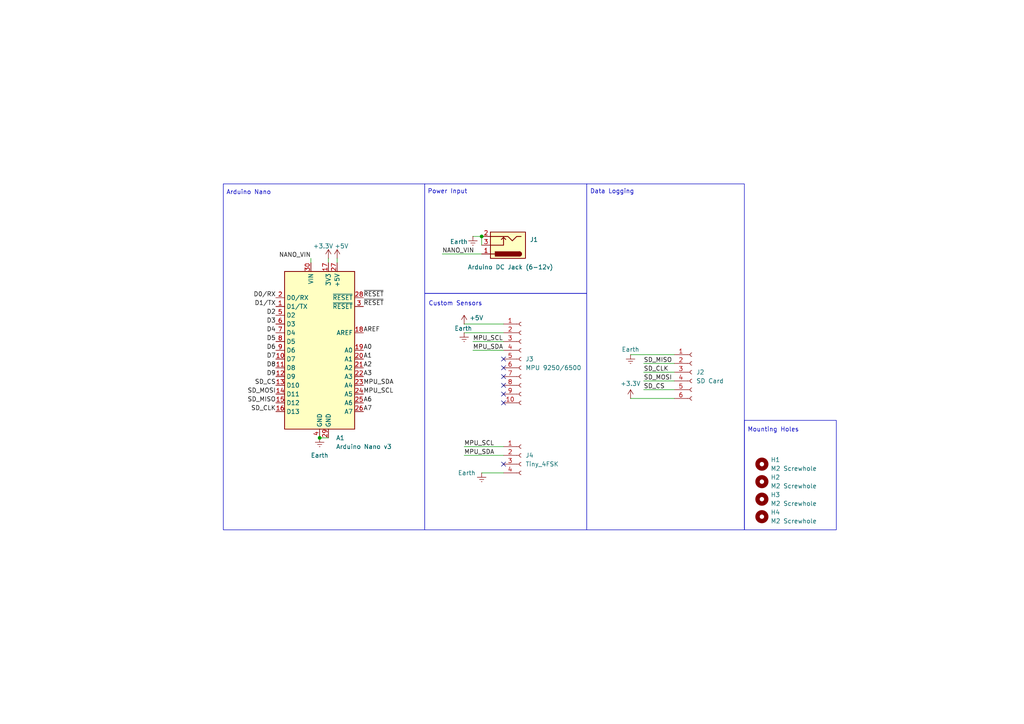
<source format=kicad_sch>
(kicad_sch (version 20250114) (generator "eeschema") (generator_version "9.0")
  (paper "A4")
  (title_block (title "Nathaniel Fine's") (company "StratoScience Lab"))
  (lib_symbols
    (symbol "Connector:Barrel_Jack_Switch" (pin_names (hide yes))
      (property "Reference" "J" (at 0 5.334 0))
      (property "Value" "Barrel_Jack_Switch" (at 0 -5.08 0))
      (symbol "Barrel_Jack_Switch_0_1"
        (rectangle (start -5.08 3.81) (end 5.08 -3.81) (stroke (width 0.254)) (fill (type background)))
        (polyline (pts (xy -3.81 -2.54) (xy -2.54 -2.54) (xy -1.27 -1.27) (xy 0 -2.54) (xy 2.54 -2.54) (xy 5.08 -2.54)) (stroke (width 0.254)))
        (arc (start -3.302 1.905) (mid -3.9343 2.54) (end -3.302 3.175) (stroke (width 0.254)))
        (arc (start -3.302 1.905) (mid -3.9343 2.54) (end -3.302 3.175) (stroke (width 0.254)) (fill (type outline)))
        (polyline (pts (xy 1.27 -2.286) (xy 1.905 -1.651)) (stroke (width 0.254)))
        (rectangle (start 3.683 3.175) (end -3.302 1.905) (stroke (width 0.254)) (fill (type outline)))
        (polyline (pts (xy 5.08 2.54) (xy 3.81 2.54)) (stroke (width 0.254)))
        (polyline (pts (xy 5.08 0) (xy 1.27 0) (xy 1.27 -2.286) (xy 0.635 -1.651)) (stroke (width 0.254)))
      )
      (symbol "Barrel_Jack_Switch_1_1"
        (pin passive line (at 7.62 2.54 180) (length 2.54) (name "~") (number "1"))
        (pin passive line (at 7.62 0 180) (length 2.54) (name "~") (number "3"))
        (pin passive line (at 7.62 -2.54 180) (length 2.54) (name "~") (number "2"))
      )
    )
    (symbol "Connector:Conn_01x04_Socket" (pin_names (offset 1.016) (hide yes))
      (property "Reference" "J" (at 0 5.08 0))
      (property "Value" "Conn_01x04_Socket" (at 0 -7.62 0))
      (symbol "Conn_01x04_Socket_1_1"
        (polyline (pts (xy -1.27 2.54) (xy -0.508 2.54)) (stroke (width 0.1524)))
        (polyline (pts (xy -1.27 0) (xy -0.508 0)) (stroke (width 0.1524)))
        (polyline (pts (xy -1.27 -2.54) (xy -0.508 -2.54)) (stroke (width 0.1524)))
        (polyline (pts (xy -1.27 -5.08) (xy -0.508 -5.08)) (stroke (width 0.1524)))
        (arc (start 0 2.032) (mid -0.5058 2.54) (end 0 3.048) (stroke (width 0.1524)))
        (arc (start 0 -0.508) (mid -0.5058 0) (end 0 0.508) (stroke (width 0.1524)))
        (arc (start 0 -3.048) (mid -0.5058 -2.54) (end 0 -2.032) (stroke (width 0.1524)))
        (arc (start 0 -5.588) (mid -0.5058 -5.08) (end 0 -4.572) (stroke (width 0.1524)))
        (pin passive line (at -5.08 2.54 0) (length 3.81) (name "Pin_1") (number "1"))
        (pin passive line (at -5.08 0 0) (length 3.81) (name "Pin_2") (number "2"))
        (pin passive line (at -5.08 -2.54 0) (length 3.81) (name "Pin_3") (number "3"))
        (pin passive line (at -5.08 -5.08 0) (length 3.81) (name "Pin_4") (number "4"))
      )
    )
    (symbol "Connector:Conn_01x06_Socket" (pin_names (offset 1.016) (hide yes))
      (property "Reference" "J" (at 0 7.62 0))
      (property "Value" "Conn_01x06_Socket" (at 0 -10.16 0))
      (symbol "Conn_01x06_Socket_1_1"
        (polyline (pts (xy -1.27 5.08) (xy -0.508 5.08)) (stroke (width 0.1524)))
        (polyline (pts (xy -1.27 2.54) (xy -0.508 2.54)) (stroke (width 0.1524)))
        (polyline (pts (xy -1.27 0) (xy -0.508 0)) (stroke (width 0.1524)))
        (polyline (pts (xy -1.27 -2.54) (xy -0.508 -2.54)) (stroke (width 0.1524)))
        (polyline (pts (xy -1.27 -5.08) (xy -0.508 -5.08)) (stroke (width 0.1524)))
        (polyline (pts (xy -1.27 -7.62) (xy -0.508 -7.62)) (stroke (width 0.1524)))
        (arc (start 0 4.572) (mid -0.5058 5.08) (end 0 5.588) (stroke (width 0.1524)))
        (arc (start 0 2.032) (mid -0.5058 2.54) (end 0 3.048) (stroke (width 0.1524)))
        (arc (start 0 -0.508) (mid -0.5058 0) (end 0 0.508) (stroke (width 0.1524)))
        (arc (start 0 -3.048) (mid -0.5058 -2.54) (end 0 -2.032) (stroke (width 0.1524)))
        (arc (start 0 -5.588) (mid -0.5058 -5.08) (end 0 -4.572) (stroke (width 0.1524)))
        (arc (start 0 -8.128) (mid -0.5058 -7.62) (end 0 -7.112) (stroke (width 0.1524)))
        (pin passive line (at -5.08 5.08 0) (length 3.81) (name "Pin_1") (number "1"))
        (pin passive line (at -5.08 2.54 0) (length 3.81) (name "Pin_2") (number "2"))
        (pin passive line (at -5.08 0 0) (length 3.81) (name "Pin_3") (number "3"))
        (pin passive line (at -5.08 -2.54 0) (length 3.81) (name "Pin_4") (number "4"))
        (pin passive line (at -5.08 -5.08 0) (length 3.81) (name "Pin_5") (number "5"))
        (pin passive line (at -5.08 -7.62 0) (length 3.81) (name "Pin_6") (number "6"))
      )
    )
    (symbol "Connector:Conn_01x10_Socket" (pin_names (offset 1.016) (hide yes))
      (property "Reference" "J" (at 0 12.7 0))
      (property "Value" "Conn_01x10_Socket" (at 0 -15.24 0))
      (symbol "Conn_01x10_Socket_1_1"
        (polyline (pts (xy -1.27 10.16) (xy -0.508 10.16)) (stroke (width 0.1524)))
        (polyline (pts (xy -1.27 7.62) (xy -0.508 7.62)) (stroke (width 0.1524)))
        (polyline (pts (xy -1.27 5.08) (xy -0.508 5.08)) (stroke (width 0.1524)))
        (polyline (pts (xy -1.27 2.54) (xy -0.508 2.54)) (stroke (width 0.1524)))
        (polyline (pts (xy -1.27 0) (xy -0.508 0)) (stroke (width 0.1524)))
        (polyline (pts (xy -1.27 -2.54) (xy -0.508 -2.54)) (stroke (width 0.1524)))
        (polyline (pts (xy -1.27 -5.08) (xy -0.508 -5.08)) (stroke (width 0.1524)))
        (polyline (pts (xy -1.27 -7.62) (xy -0.508 -7.62)) (stroke (width 0.1524)))
        (polyline (pts (xy -1.27 -10.16) (xy -0.508 -10.16)) (stroke (width 0.1524)))
        (polyline (pts (xy -1.27 -12.7) (xy -0.508 -12.7)) (stroke (width 0.1524)))
        (arc (start 0 9.652) (mid -0.5058 10.16) (end 0 10.668) (stroke (width 0.1524)))
        (arc (start 0 7.112) (mid -0.5058 7.62) (end 0 8.128) (stroke (width 0.1524)))
        (arc (start 0 4.572) (mid -0.5058 5.08) (end 0 5.588) (stroke (width 0.1524)))
        (arc (start 0 2.032) (mid -0.5058 2.54) (end 0 3.048) (stroke (width 0.1524)))
        (arc (start 0 -0.508) (mid -0.5058 0) (end 0 0.508) (stroke (width 0.1524)))
        (arc (start 0 -3.048) (mid -0.5058 -2.54) (end 0 -2.032) (stroke (width 0.1524)))
        (arc (start 0 -5.588) (mid -0.5058 -5.08) (end 0 -4.572) (stroke (width 0.1524)))
        (arc (start 0 -8.128) (mid -0.5058 -7.62) (end 0 -7.112) (stroke (width 0.1524)))
        (arc (start 0 -10.668) (mid -0.5058 -10.16) (end 0 -9.652) (stroke (width 0.1524)))
        (arc (start 0 -13.208) (mid -0.5058 -12.7) (end 0 -12.192) (stroke (width 0.1524)))
        (pin passive line (at -5.08 10.16 0) (length 3.81) (name "Pin_1") (number "1"))
        (pin passive line (at -5.08 7.62 0) (length 3.81) (name "Pin_2") (number "2"))
        (pin passive line (at -5.08 5.08 0) (length 3.81) (name "Pin_3") (number "3"))
        (pin passive line (at -5.08 2.54 0) (length 3.81) (name "Pin_4") (number "4"))
        (pin passive line (at -5.08 0 0) (length 3.81) (name "Pin_5") (number "5"))
        (pin passive line (at -5.08 -2.54 0) (length 3.81) (name "Pin_6") (number "6"))
        (pin passive line (at -5.08 -5.08 0) (length 3.81) (name "Pin_7") (number "7"))
        (pin passive line (at -5.08 -7.62 0) (length 3.81) (name "Pin_8") (number "8"))
        (pin passive line (at -5.08 -10.16 0) (length 3.81) (name "Pin_9") (number "9"))
        (pin passive line (at -5.08 -12.7 0) (length 3.81) (name "Pin_10") (number "10"))
      )
    )
    (symbol "MCU_Module:Arduino_Nano_v3.x"
      (property "Reference" "A" (at -10.16 23.495 0))
      (property "Value" "Arduino_Nano_v3.x" (at 5.08 -24.13 0))
      (symbol "Arduino_Nano_v3.x_0_1"
        (rectangle (start -10.16 22.86) (end 10.16 -22.86) (stroke (width 0.254)) (fill (type background)))
      )
      (symbol "Arduino_Nano_v3.x_1_1"
        (pin bidirectional line (at -12.7 15.24 0) (length 2.54) (name "D0/RX") (number "2"))
        (pin bidirectional line (at -12.7 12.7 0) (length 2.54) (name "D1/TX") (number "1"))
        (pin bidirectional line (at -12.7 10.16 0) (length 2.54) (name "D2") (number "5"))
        (pin bidirectional line (at -12.7 7.62 0) (length 2.54) (name "D3") (number "6"))
        (pin bidirectional line (at -12.7 5.08 0) (length 2.54) (name "D4") (number "7"))
        (pin bidirectional line (at -12.7 2.54 0) (length 2.54) (name "D5") (number "8"))
        (pin bidirectional line (at -12.7 0 0) (length 2.54) (name "D6") (number "9"))
        (pin bidirectional line (at -12.7 -2.54 0) (length 2.54) (name "D7") (number "10"))
        (pin bidirectional line (at -12.7 -5.08 0) (length 2.54) (name "D8") (number "11"))
        (pin bidirectional line (at -12.7 -7.62 0) (length 2.54) (name "D9") (number "12"))
        (pin bidirectional line (at -12.7 -10.16 0) (length 2.54) (name "D10") (number "13"))
        (pin bidirectional line (at -12.7 -12.7 0) (length 2.54) (name "D11") (number "14"))
        (pin bidirectional line (at -12.7 -15.24 0) (length 2.54) (name "D12") (number "15"))
        (pin bidirectional line (at -12.7 -17.78 0) (length 2.54) (name "D13") (number "16"))
        (pin power_in line (at -2.54 25.4 270) (length 2.54) (name "VIN") (number "30"))
        (pin power_in line (at 0 -25.4 90) (length 2.54) (name "GND") (number "4"))
        (pin power_out line (at 2.54 25.4 270) (length 2.54) (name "3V3") (number "17"))
        (pin power_in line (at 2.54 -25.4 90) (length 2.54) (name "GND") (number "29"))
        (pin power_out line (at 5.08 25.4 270) (length 2.54) (name "+5V") (number "27"))
        (pin input line (at 12.7 15.24 180) (length 2.54) (name "~{RESET}") (number "28"))
        (pin input line (at 12.7 12.7 180) (length 2.54) (name "~{RESET}") (number "3"))
        (pin input line (at 12.7 5.08 180) (length 2.54) (name "AREF") (number "18"))
        (pin bidirectional line (at 12.7 0 180) (length 2.54) (name "A0") (number "19"))
        (pin bidirectional line (at 12.7 -2.54 180) (length 2.54) (name "A1") (number "20"))
        (pin bidirectional line (at 12.7 -5.08 180) (length 2.54) (name "A2") (number "21"))
        (pin bidirectional line (at 12.7 -7.62 180) (length 2.54) (name "A3") (number "22"))
        (pin bidirectional line (at 12.7 -10.16 180) (length 2.54) (name "A4") (number "23"))
        (pin bidirectional line (at 12.7 -12.7 180) (length 2.54) (name "A5") (number "24"))
        (pin bidirectional line (at 12.7 -15.24 180) (length 2.54) (name "A6") (number "25"))
        (pin bidirectional line (at 12.7 -17.78 180) (length 2.54) (name "A7") (number "26"))
      )
    )
    (symbol "Mechanical:MountingHole" (pin_names (offset 1.016)) (exclude_from_sim yes) (in_bom no)
      (property "Reference" "H" (at 0 5.08 0))
      (property "Value" "MountingHole" (at 0 3.175 0))
      (symbol "MountingHole_0_1"
        (circle (center 0 0) (radius 1.27) (stroke (width 1.27)))
      )
    )
    (symbol "power:+3.3V" (power) (pin_numbers (hide yes)) (pin_names (offset 0) (hide yes))
      (property "Value" "+3.3V" (at 0 3.556 0))
      (symbol "+3.3V_0_1"
        (polyline (pts (xy -0.762 1.27) (xy 0 2.54)))
        (polyline (pts (xy 0 2.54) (xy 0.762 1.27)))
        (polyline (pts (xy 0 0) (xy 0 2.54)))
      )
      (symbol "+3.3V_1_1"
        (pin power_in line (at 0 0 90) (length 0) (name "~") (number "1"))
      )
    )
    (symbol "power:+5V" (power) (pin_numbers (hide yes)) (pin_names (offset 0) (hide yes))
      (property "Value" "+5V" (at 0 3.556 0))
      (symbol "+5V_0_1"
        (polyline (pts (xy -0.762 1.27) (xy 0 2.54)))
        (polyline (pts (xy 0 2.54) (xy 0.762 1.27)))
        (polyline (pts (xy 0 0) (xy 0 2.54)))
      )
      (symbol "+5V_1_1"
        (pin power_in line (at 0 0 90) (length 0) (name "~") (number "1"))
      )
    )
    (symbol "power:Earth" (power) (pin_numbers (hide yes)) (pin_names (offset 0) (hide yes))
      (property "Value" "Earth" (at 0 -3.81 0))
      (symbol "Earth_0_1"
        (polyline (pts (xy -0.635 -1.905) (xy 0.635 -1.905)))
        (polyline (pts (xy -0.127 -2.54) (xy 0.127 -2.54)))
        (polyline (pts (xy 0 -1.27) (xy 0 0)))
        (polyline (pts (xy 1.27 -1.27) (xy -1.27 -1.27)))
      )
      (symbol "Earth_1_1"
        (pin power_in line (at 0 0 270) (length 0) (name "~") (number "1"))
      )
    )
  )
  (rectangle (start 170.18 53.34) (end 215.9 153.67))
  (rectangle (start 215.9 121.92) (end 242.57 153.67))
  (rectangle (start 123.19 53.34) (end 170.18 85.09))
  (rectangle (start 123.19 85.09) (end 170.18 153.67))
  (rectangle (start 64.77 53.34) (end 123.19 153.67))
  (text "Data Logging" (at 177.546 55.626 0) (effects (font (size 1.27 1.27))))
  (text "Custom Sensors" (at 132.08 88.138 0) (effects (font (size 1.27 1.27))))
  (text "Power Input" (at 129.794 55.626 0) (effects (font (size 1.27 1.27))))
  (text "Arduino Nano" (at 72.136 55.88 0) (effects (font (size 1.27 1.27))))
  (text "Mounting Holes" (at 224.282 124.714 0) (effects (font (size 1.27 1.27))))
  (junction (at 92.71 127))
  (junction (at 139.7 68.58))
  (no_connect (at 146.05 109.22))
  (no_connect (at 146.05 116.84))
  (no_connect (at 146.05 106.68))
  (no_connect (at 146.05 104.14))
  (no_connect (at 146.05 134.62))
  (no_connect (at 146.05 114.3))
  (no_connect (at 146.05 111.76))
  (wire (pts (xy 134.62 129.54) (xy 146.05 129.54)))
  (wire (pts (xy 186.69 107.95) (xy 195.58 107.95)))
  (wire (pts (xy 134.62 132.08) (xy 146.05 132.08)))
  (wire (pts (xy 186.69 105.41) (xy 195.58 105.41)))
  (wire (pts (xy 90.17 74.93) (xy 90.17 76.2)))
  (wire (pts (xy 95.25 74.93) (xy 95.25 76.2)))
  (wire (pts (xy 134.62 93.98) (xy 146.05 93.98)))
  (wire (pts (xy 139.7 137.16) (xy 146.05 137.16)))
  (wire (pts (xy 182.88 102.87) (xy 195.58 102.87)))
  (wire (pts (xy 137.16 99.06) (xy 146.05 99.06)))
  (wire (pts (xy 92.71 127) (xy 95.25 127)))
  (wire (pts (xy 139.7 68.58) (xy 139.7 71.12)))
  (wire (pts (xy 186.69 110.49) (xy 195.58 110.49)))
  (wire (pts (xy 128.27 73.66) (xy 139.7 73.66)))
  (wire (pts (xy 137.16 68.58) (xy 139.7 68.58)))
  (wire (pts (xy 186.69 113.03) (xy 195.58 113.03)))
  (wire (pts (xy 137.16 101.6) (xy 146.05 101.6)))
  (wire (pts (xy 182.88 115.57) (xy 195.58 115.57)))
  (wire (pts (xy 97.79 74.93) (xy 97.79 76.2)))
  (wire (pts (xy 134.62 96.52) (xy 146.05 96.52)))
  (label "D0/RX" (at 80.01 86.36 180))
  (label "D9" (at 80.01 109.22 180))
  (label "A1" (at 105.41 104.14 0))
  (label "D1/TX" (at 80.01 88.9 180))
  (label "D4" (at 80.01 96.52 180))
  (label "MPU_SDA" (at 137.16 101.6 0))
  (label "~{RESET}" (at 105.41 86.36 0))
  (label "A6" (at 105.41 116.84 0))
  (label "SD_CS" (at 80.01 111.76 180))
  (label "D2" (at 80.01 91.44 180))
  (label "A2" (at 105.41 106.68 0))
  (label "NANO_VIN" (at 128.27 73.66 0))
  (label "SD_MISO" (at 186.69 105.41 0))
  (label "A7" (at 105.41 119.38 0))
  (label "D7" (at 80.01 104.14 180))
  (label "SD_MOSI" (at 186.69 110.49 0))
  (label "AREF" (at 105.41 96.52 0))
  (label "MPU_SCL" (at 134.62 129.54 0))
  (label "SD_CS" (at 186.69 113.03 0))
  (label "A3" (at 105.41 109.22 0))
  (label "SD_CLK" (at 186.69 107.95 0))
  (label "SD_MOSI" (at 80.01 114.3 180))
  (label "D3" (at 80.01 93.98 180))
  (label "D8" (at 80.01 106.68 180))
  (label "NANO_VIN" (at 90.17 74.93 180))
  (label "D5" (at 80.01 99.06 180))
  (label "A0" (at 105.41 101.6 0))
  (label "SD_MISO" (at 80.01 116.84 180))
  (label "MPU_SDA" (at 134.62 132.08 0))
  (label "D6" (at 80.01 101.6 180))
  (label "~{RESET}" (at 105.41 88.9 0))
  (label "MPU_SCL" (at 105.41 114.3 0))
  (label "SD_CLK" (at 80.01 119.38 180))
  (label "MPU_SCL" (at 137.16 99.06 0))
  (label "MPU_SDA" (at 105.41 111.76 0))
  (symbol (lib_id "Mechanical:MountingHole") (at 220.98 144.78 0) (unit 1) (exclude_from_sim yes) (in_bom no)
    (property "Reference" "H3" (at 223.52 143.5099 0) (effects (justify left)))
    (property "Value" "M2 Screwhole" (at 223.52 146.0499 0) (effects (justify left)))
    (property "Footprint" "MountingHole:MountingHole_2.2mm_M2" (effects (hide yes)))
    (property "Description" "Mounting Hole without connection" (effects (hide yes)))
  )
  (symbol (lib_id "Connector:Barrel_Jack_Switch") (at 147.32 71.12 180) (unit 1)
    (property "Reference" "J1" (at 153.67 69.4943 0) (effects (justify right)))
    (property "Value" "Arduino DC Jack (6-12v)" (at 135.636 77.47 0) (effects (justify right)))
    (property "Footprint" "Connector_BarrelJack:BarrelJack_GCT_DCJ200-10-A_Horizontal" (effects (hide yes)))
    (property "Description" "DC Barrel Jack with an internal switch" (effects (hide yes)))
  )
  (symbol (lib_id "power:Earth") (at 182.88 102.87 0) (unit 1)
    (property "Reference" "#PWR05" (effects (hide yes)))
    (property "Value" "Earth" (at 182.88 101.346 0))
    (property "Description" "Power symbol creates a global label with name \"Earth\"" (effects (hide yes)))
  )
  (symbol (lib_id "Mechanical:MountingHole") (at 220.98 134.62 0) (unit 1) (exclude_from_sim yes) (in_bom no)
    (property "Reference" "H1" (at 223.52 133.3499 0) (effects (justify left)))
    (property "Value" "M2 Screwhole" (at 223.52 135.8899 0) (effects (justify left)))
    (property "Footprint" "MountingHole:MountingHole_2.2mm_M2" (effects (hide yes)))
    (property "Description" "Mounting Hole without connection" (effects (hide yes)))
  )
  (symbol (lib_id "Mechanical:MountingHole") (at 220.98 139.7 0) (unit 1) (exclude_from_sim yes) (in_bom no)
    (property "Reference" "H2" (at 223.52 138.4299 0) (effects (justify left)))
    (property "Value" "M2 Screwhole" (at 223.52 140.9699 0) (effects (justify left)))
    (property "Footprint" "MountingHole:MountingHole_2.2mm_M2" (effects (hide yes)))
    (property "Description" "Mounting Hole without connection" (effects (hide yes)))
  )
  (symbol (lib_id "power:+3.3V") (at 95.25 74.93 0) (unit 1)
    (property "Reference" "#PWR03" (effects (hide yes)))
    (property "Value" "+3.3V" (at 93.726 71.374 0))
    (property "Description" "Power symbol creates a global label with name \"+3.3V\"" (effects (hide yes)))
  )
  (symbol (lib_id "power:Earth") (at 92.71 127 0) (unit 1)
    (property "Reference" "#PWR01" (effects (hide yes)))
    (property "Value" "Earth" (at 92.71 132.08 0))
    (property "Description" "Power symbol creates a global label with name \"Earth\"" (effects (hide yes)))
  )
  (symbol (lib_id "MCU_Module:Arduino_Nano_v3.x") (at 92.71 101.6 0) (unit 1)
    (property "Reference" "A1" (at 97.4441 127 0) (effects (justify left)))
    (property "Value" "Arduino Nano v3" (at 97.4441 129.54 0) (effects (justify left)))
    (property "Footprint" "Module:Arduino_Nano" (effects (hide yes)))
    (property "Datasheet" "http://www.mouser.com/pdfdocs/Gravitech_Arduino_Nano3_0.pdf" (effects (hide yes)))
    (property "Description" "Arduino Nano v3.x" (effects (hide yes)))
  )
  (symbol (lib_id "power:Earth") (at 134.62 96.52 0) (unit 1)
    (property "Reference" "#PWR08" (effects (hide yes)))
    (property "Value" "Earth" (at 134.366 95.25 0))
    (property "Description" "Power symbol creates a global label with name \"Earth\"" (effects (hide yes)))
  )
  (symbol (lib_id "Connector:Conn_01x06_Socket") (at 200.66 107.95 0) (unit 1)
    (property "Reference" "J2" (at 201.93 107.9499 0) (effects (justify left)))
    (property "Value" "SD Card" (at 201.93 110.4899 0) (effects (justify left)))
    (property "Footprint" "Connector_PinSocket_2.54mm:PinSocket_1x06_P2.54mm_Vertical" (effects (hide yes)))
    (property "Description" "Generic connector, single row, 01x06, script generated" (effects (hide yes)))
  )
  (symbol (lib_id "Connector:Conn_01x10_Socket") (at 151.13 104.14 0) (unit 1)
    (property "Reference" "J3" (at 152.4 104.1399 0) (effects (justify left)))
    (property "Value" "MPU 9250/6500" (at 152.4 106.6799 0) (effects (justify left)))
    (property "Footprint" "Connector_PinSocket_2.54mm:PinSocket_1x10_P2.54mm_Vertical" (effects (hide yes)))
    (property "Description" "Generic connector, single row, 01x10, script generated" (effects (hide yes)))
  )
  (symbol (lib_id "power:+3.3V") (at 182.88 115.57 0) (unit 1)
    (property "Reference" "#PWR06" (effects (hide yes)))
    (property "Value" "+3.3V" (at 182.88 111.252 0))
    (property "Description" "Power symbol creates a global label with name \"+3.3V\"" (effects (hide yes)))
  )
  (symbol (lib_id "power:Earth") (at 139.7 137.16 0) (unit 1)
    (property "Reference" "#PWR09" (effects (hide yes)))
    (property "Value" "Earth" (at 135.382 137.16 0))
    (property "Description" "Power symbol creates a global label with name \"Earth\"" (effects (hide yes)))
  )
  (symbol (lib_id "power:Earth") (at 137.16 68.58 0) (unit 1)
    (property "Reference" "#PWR04" (effects (hide yes)))
    (property "Value" "Earth" (at 133.096 70.104 0))
    (property "Description" "Power symbol creates a global label with name \"Earth\"" (effects (hide yes)))
  )
  (symbol (lib_id "power:+5V") (at 134.62 93.98 0) (unit 1)
    (property "Reference" "#PWR07" (effects (hide yes)))
    (property "Value" "+5V" (at 138.176 92.202 0))
    (property "Description" "Power symbol creates a global label with name \"+5V\"" (effects (hide yes)))
  )
  (symbol (lib_id "Connector:Conn_01x04_Socket") (at 151.13 132.08 0) (unit 1)
    (property "Reference" "J4" (at 152.4 132.0799 0) (effects (justify left)))
    (property "Value" "Tiny_4FSK" (at 152.4 134.6199 0) (effects (justify left)))
    (property "Footprint" "Connector_JST:JST_PH_B4B-PH-K_1x04_P2.00mm_Vertical" (effects (hide yes)))
    (property "Description" "Generic connector, single row, 01x04, script generated" (effects (hide yes)))
  )
  (symbol (lib_id "Mechanical:MountingHole") (at 220.98 149.86 0) (unit 1) (exclude_from_sim yes) (in_bom no)
    (property "Reference" "H4" (at 223.52 148.5899 0) (effects (justify left)))
    (property "Value" "M2 Screwhole" (at 223.52 151.1299 0) (effects (justify left)))
    (property "Footprint" "MountingHole:MountingHole_2.2mm_M2" (effects (hide yes)))
    (property "Description" "Mounting Hole without connection" (effects (hide yes)))
  )
  (symbol (lib_id "power:+5V") (at 97.79 74.93 0) (unit 1)
    (property "Reference" "#PWR02" (effects (hide yes)))
    (property "Value" "+5V" (at 99.06 71.374 0))
    (property "Description" "Power symbol creates a global label with name \"+5V\"" (effects (hide yes)))
  )
)
</source>
